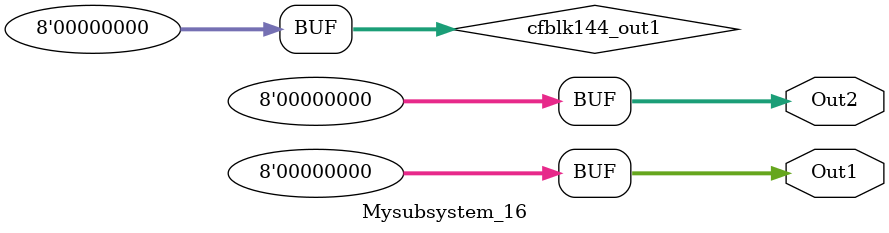
<source format=v>



`timescale 1 ns / 1 ns

module Mysubsystem_16
          (Out1,
           Out2);


  output  [7:0] Out1;  // uint8
  output  [7:0] Out2;  // uint8


  wire [7:0] cfblk144_out1;  // uint8


  assign cfblk144_out1 = 8'b00000000;



  assign Out1 = cfblk144_out1;

  assign Out2 = cfblk144_out1;

endmodule  // Mysubsystem_16


</source>
